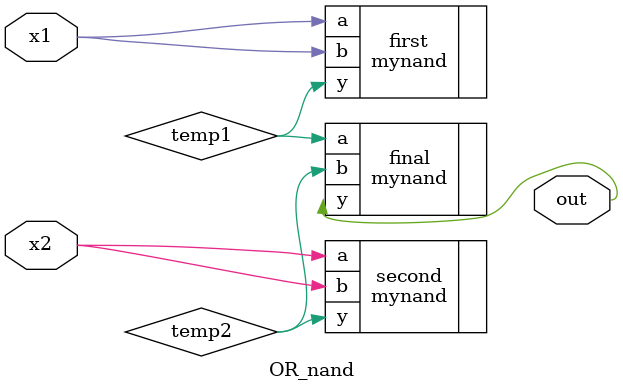
<source format=v>
module OR_nand(x1,x2,out);
input x1 ,x2;
output out;

wire temp1, temp2;

mynand first(.a(x1),.b(x1),.y(temp1));
mynand second(.a(x2),.b(x2),.y(temp2));
mynand final(.a(temp1),.b(temp2),.y(out));

endmodule
</source>
